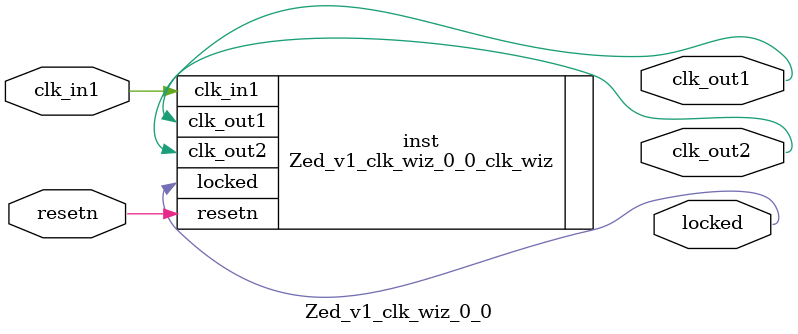
<source format=v>


`timescale 1ps/1ps

(* CORE_GENERATION_INFO = "Zed_v1_clk_wiz_0_0,clk_wiz_v6_0_11_0_0,{component_name=Zed_v1_clk_wiz_0_0,use_phase_alignment=true,use_min_o_jitter=false,use_max_i_jitter=false,use_dyn_phase_shift=false,use_inclk_switchover=false,use_dyn_reconfig=false,enable_axi=0,feedback_source=FDBK_AUTO,PRIMITIVE=MMCM,num_out_clk=2,clkin1_period=10.000,clkin2_period=10.000,use_power_down=false,use_reset=true,use_locked=true,use_inclk_stopped=false,feedback_type=SINGLE,CLOCK_MGR_TYPE=NA,manual_override=false}" *)

module Zed_v1_clk_wiz_0_0 
 (
  // Clock out ports
  output        clk_out1,
  output        clk_out2,
  // Status and control signals
  input         resetn,
  output        locked,
 // Clock in ports
  input         clk_in1
 );

  Zed_v1_clk_wiz_0_0_clk_wiz inst
  (
  // Clock out ports  
  .clk_out1(clk_out1),
  .clk_out2(clk_out2),
  // Status and control signals               
  .resetn(resetn), 
  .locked(locked),
 // Clock in ports
  .clk_in1(clk_in1)
  );

endmodule

</source>
